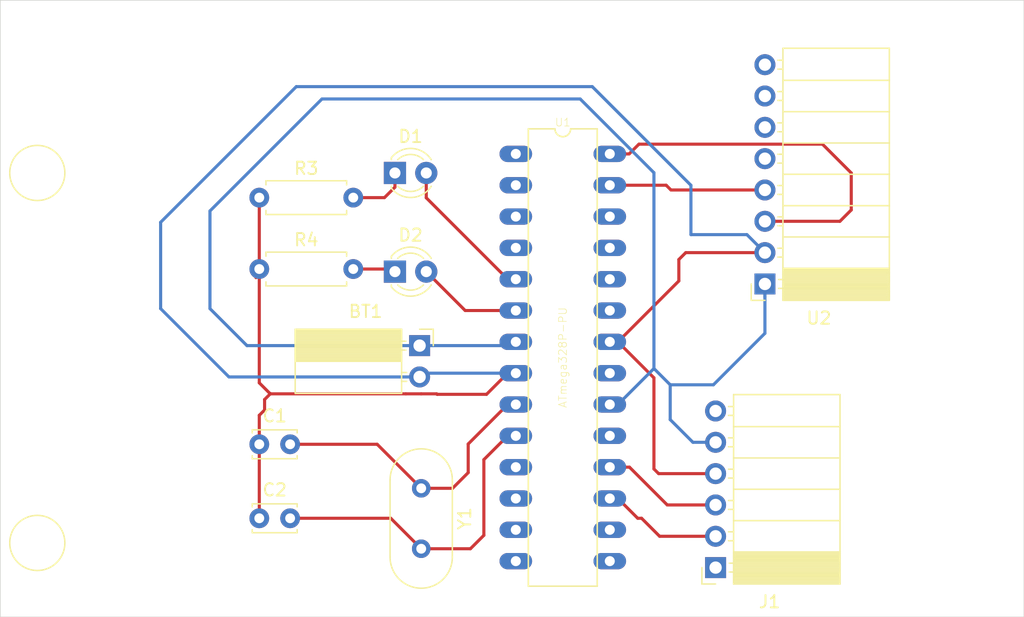
<source format=kicad_pcb>
(kicad_pcb (version 20171130) (host pcbnew "(5.1.2)-1")

  (general
    (thickness 1.6)
    (drawings 6)
    (tracks 103)
    (zones 0)
    (modules 11)
    (nets 35)
  )

  (page A4)
  (layers
    (0 F.Cu signal)
    (31 B.Cu signal)
    (32 B.Adhes user)
    (33 F.Adhes user)
    (34 B.Paste user)
    (35 F.Paste user)
    (36 B.SilkS user)
    (37 F.SilkS user)
    (38 B.Mask user)
    (39 F.Mask user)
    (40 Dwgs.User user)
    (41 Cmts.User user)
    (42 Eco1.User user)
    (43 Eco2.User user)
    (44 Edge.Cuts user)
    (45 Margin user)
    (46 B.CrtYd user)
    (47 F.CrtYd user)
    (48 B.Fab user)
    (49 F.Fab user)
  )

  (setup
    (last_trace_width 0.25)
    (user_trace_width 0.5)
    (trace_clearance 0.2)
    (zone_clearance 0.508)
    (zone_45_only no)
    (trace_min 0.2)
    (via_size 0.8)
    (via_drill 0.4)
    (via_min_size 0.4)
    (via_min_drill 0.3)
    (uvia_size 0.3)
    (uvia_drill 0.1)
    (uvias_allowed no)
    (uvia_min_size 0.2)
    (uvia_min_drill 0.1)
    (edge_width 0.05)
    (segment_width 0.2)
    (pcb_text_width 0.3)
    (pcb_text_size 1.5 1.5)
    (mod_edge_width 0.12)
    (mod_text_size 1 1)
    (mod_text_width 0.15)
    (pad_size 1.524 1.524)
    (pad_drill 0.762)
    (pad_to_mask_clearance 0.051)
    (solder_mask_min_width 0.25)
    (aux_axis_origin 0 0)
    (visible_elements 7FFFFFFF)
    (pcbplotparams
      (layerselection 0x010fc_ffffffff)
      (usegerberextensions false)
      (usegerberattributes false)
      (usegerberadvancedattributes false)
      (creategerberjobfile false)
      (excludeedgelayer true)
      (linewidth 0.100000)
      (plotframeref false)
      (viasonmask false)
      (mode 1)
      (useauxorigin false)
      (hpglpennumber 1)
      (hpglpenspeed 20)
      (hpglpendiameter 15.000000)
      (psnegative false)
      (psa4output false)
      (plotreference true)
      (plotvalue true)
      (plotinvisibletext false)
      (padsonsilk false)
      (subtractmaskfromsilk false)
      (outputformat 1)
      (mirror false)
      (drillshape 0)
      (scaleselection 1)
      (outputdirectory "Gerber_1/"))
  )

  (net 0 "")
  (net 1 "Net-(BT1-Pad1)")
  (net 2 "Net-(BT1-Pad2)")
  (net 3 "Net-(C1-Pad2)")
  (net 4 "Net-(C2-Pad2)")
  (net 5 "Net-(D1-Pad1)")
  (net 6 "Net-(D1-Pad2)")
  (net 7 "Net-(D2-Pad2)")
  (net 8 "Net-(D2-Pad1)")
  (net 9 "Net-(J1-Pad1)")
  (net 10 "Net-(J1-Pad2)")
  (net 11 "Net-(J1-Pad3)")
  (net 12 "Net-(J1-Pad6)")
  (net 13 "Net-(U1-Pad1)")
  (net 14 "Net-(U1-Pad2)")
  (net 15 "Net-(U1-Pad3)")
  (net 16 "Net-(U1-Pad4)")
  (net 17 "Net-(U1-Pad11)")
  (net 18 "Net-(U1-Pad12)")
  (net 19 "Net-(U1-Pad13)")
  (net 20 "Net-(U1-Pad14)")
  (net 21 "Net-(U1-Pad15)")
  (net 22 "Net-(U1-Pad16)")
  (net 23 "Net-(U1-Pad19)")
  (net 24 "Net-(U1-Pad21)")
  (net 25 "Net-(U1-Pad23)")
  (net 26 "Net-(U1-Pad24)")
  (net 27 "Net-(U1-Pad25)")
  (net 28 "Net-(U1-Pad26)")
  (net 29 "Net-(U2-Pad5)")
  (net 30 "Net-(U2-Pad6)")
  (net 31 "Net-(U2-Pad7)")
  (net 32 "Net-(U2-Pad8)")
  (net 33 "Net-(U1-Pad27)")
  (net 34 "Net-(U1-Pad28)")

  (net_class Default "Questo è il gruppo di collegamenti predefinito"
    (clearance 0.2)
    (trace_width 0.25)
    (via_dia 0.8)
    (via_drill 0.4)
    (uvia_dia 0.3)
    (uvia_drill 0.1)
    (add_net "Net-(BT1-Pad1)")
    (add_net "Net-(BT1-Pad2)")
    (add_net "Net-(C1-Pad2)")
    (add_net "Net-(C2-Pad2)")
    (add_net "Net-(D1-Pad1)")
    (add_net "Net-(D1-Pad2)")
    (add_net "Net-(D2-Pad1)")
    (add_net "Net-(D2-Pad2)")
    (add_net "Net-(J1-Pad1)")
    (add_net "Net-(J1-Pad2)")
    (add_net "Net-(J1-Pad3)")
    (add_net "Net-(J1-Pad6)")
    (add_net "Net-(U1-Pad1)")
    (add_net "Net-(U1-Pad11)")
    (add_net "Net-(U1-Pad12)")
    (add_net "Net-(U1-Pad13)")
    (add_net "Net-(U1-Pad14)")
    (add_net "Net-(U1-Pad15)")
    (add_net "Net-(U1-Pad16)")
    (add_net "Net-(U1-Pad19)")
    (add_net "Net-(U1-Pad2)")
    (add_net "Net-(U1-Pad21)")
    (add_net "Net-(U1-Pad23)")
    (add_net "Net-(U1-Pad24)")
    (add_net "Net-(U1-Pad25)")
    (add_net "Net-(U1-Pad26)")
    (add_net "Net-(U1-Pad27)")
    (add_net "Net-(U1-Pad28)")
    (add_net "Net-(U1-Pad3)")
    (add_net "Net-(U1-Pad4)")
    (add_net "Net-(U2-Pad5)")
    (add_net "Net-(U2-Pad6)")
    (add_net "Net-(U2-Pad7)")
    (add_net "Net-(U2-Pad8)")
  )

  (module Resistor_THT:R_Axial_DIN0207_L6.3mm_D2.5mm_P7.62mm_Horizontal (layer F.Cu) (tedit 5AE5139B) (tstamp 5CD13F31)
    (at 138 97.79)
    (descr "Resistor, Axial_DIN0207 series, Axial, Horizontal, pin pitch=7.62mm, 0.25W = 1/4W, length*diameter=6.3*2.5mm^2, http://cdn-reichelt.de/documents/datenblatt/B400/1_4W%23YAG.pdf")
    (tags "Resistor Axial_DIN0207 series Axial Horizontal pin pitch 7.62mm 0.25W = 1/4W length 6.3mm diameter 2.5mm")
    (path /5CD28923)
    (fp_text reference R4 (at 3.81 -2.37) (layer F.SilkS)
      (effects (font (size 1 1) (thickness 0.15)))
    )
    (fp_text value 220 (at 3.81 2.37) (layer F.Fab)
      (effects (font (size 1 1) (thickness 0.15)))
    )
    (fp_text user %R (at 3.81 0) (layer F.Fab)
      (effects (font (size 1 1) (thickness 0.15)))
    )
    (fp_line (start 8.67 -1.5) (end -1.05 -1.5) (layer F.CrtYd) (width 0.05))
    (fp_line (start 8.67 1.5) (end 8.67 -1.5) (layer F.CrtYd) (width 0.05))
    (fp_line (start -1.05 1.5) (end 8.67 1.5) (layer F.CrtYd) (width 0.05))
    (fp_line (start -1.05 -1.5) (end -1.05 1.5) (layer F.CrtYd) (width 0.05))
    (fp_line (start 7.08 1.37) (end 7.08 1.04) (layer F.SilkS) (width 0.12))
    (fp_line (start 0.54 1.37) (end 7.08 1.37) (layer F.SilkS) (width 0.12))
    (fp_line (start 0.54 1.04) (end 0.54 1.37) (layer F.SilkS) (width 0.12))
    (fp_line (start 7.08 -1.37) (end 7.08 -1.04) (layer F.SilkS) (width 0.12))
    (fp_line (start 0.54 -1.37) (end 7.08 -1.37) (layer F.SilkS) (width 0.12))
    (fp_line (start 0.54 -1.04) (end 0.54 -1.37) (layer F.SilkS) (width 0.12))
    (fp_line (start 7.62 0) (end 6.96 0) (layer F.Fab) (width 0.1))
    (fp_line (start 0 0) (end 0.66 0) (layer F.Fab) (width 0.1))
    (fp_line (start 6.96 -1.25) (end 0.66 -1.25) (layer F.Fab) (width 0.1))
    (fp_line (start 6.96 1.25) (end 6.96 -1.25) (layer F.Fab) (width 0.1))
    (fp_line (start 0.66 1.25) (end 6.96 1.25) (layer F.Fab) (width 0.1))
    (fp_line (start 0.66 -1.25) (end 0.66 1.25) (layer F.Fab) (width 0.1))
    (pad 2 thru_hole oval (at 7.62 0) (size 1.6 1.6) (drill 0.8) (layers *.Cu *.Mask)
      (net 8 "Net-(D2-Pad1)"))
    (pad 1 thru_hole circle (at 0 0) (size 1.6 1.6) (drill 0.8) (layers *.Cu *.Mask)
      (net 2 "Net-(BT1-Pad2)"))
    (model ${KISYS3DMOD}/Resistor_THT.3dshapes/R_Axial_DIN0207_L6.3mm_D2.5mm_P7.62mm_Horizontal.wrl
      (at (xyz 0 0 0))
      (scale (xyz 1 1 1))
      (rotate (xyz 0 0 0))
    )
  )

  (module Resistor_THT:R_Axial_DIN0207_L6.3mm_D2.5mm_P7.62mm_Horizontal (layer F.Cu) (tedit 5AE5139B) (tstamp 5CD13F1E)
    (at 138 92)
    (descr "Resistor, Axial_DIN0207 series, Axial, Horizontal, pin pitch=7.62mm, 0.25W = 1/4W, length*diameter=6.3*2.5mm^2, http://cdn-reichelt.de/documents/datenblatt/B400/1_4W%23YAG.pdf")
    (tags "Resistor Axial_DIN0207 series Axial Horizontal pin pitch 7.62mm 0.25W = 1/4W length 6.3mm diameter 2.5mm")
    (path /5CD276F3)
    (fp_text reference R3 (at 3.81 -2.37) (layer F.SilkS)
      (effects (font (size 1 1) (thickness 0.15)))
    )
    (fp_text value 220 (at 3.81 2.37) (layer F.Fab)
      (effects (font (size 1 1) (thickness 0.15)))
    )
    (fp_text user %R (at 3.81 0) (layer F.Fab)
      (effects (font (size 1 1) (thickness 0.15)))
    )
    (fp_line (start 8.67 -1.5) (end -1.05 -1.5) (layer F.CrtYd) (width 0.05))
    (fp_line (start 8.67 1.5) (end 8.67 -1.5) (layer F.CrtYd) (width 0.05))
    (fp_line (start -1.05 1.5) (end 8.67 1.5) (layer F.CrtYd) (width 0.05))
    (fp_line (start -1.05 -1.5) (end -1.05 1.5) (layer F.CrtYd) (width 0.05))
    (fp_line (start 7.08 1.37) (end 7.08 1.04) (layer F.SilkS) (width 0.12))
    (fp_line (start 0.54 1.37) (end 7.08 1.37) (layer F.SilkS) (width 0.12))
    (fp_line (start 0.54 1.04) (end 0.54 1.37) (layer F.SilkS) (width 0.12))
    (fp_line (start 7.08 -1.37) (end 7.08 -1.04) (layer F.SilkS) (width 0.12))
    (fp_line (start 0.54 -1.37) (end 7.08 -1.37) (layer F.SilkS) (width 0.12))
    (fp_line (start 0.54 -1.04) (end 0.54 -1.37) (layer F.SilkS) (width 0.12))
    (fp_line (start 7.62 0) (end 6.96 0) (layer F.Fab) (width 0.1))
    (fp_line (start 0 0) (end 0.66 0) (layer F.Fab) (width 0.1))
    (fp_line (start 6.96 -1.25) (end 0.66 -1.25) (layer F.Fab) (width 0.1))
    (fp_line (start 6.96 1.25) (end 6.96 -1.25) (layer F.Fab) (width 0.1))
    (fp_line (start 0.66 1.25) (end 6.96 1.25) (layer F.Fab) (width 0.1))
    (fp_line (start 0.66 -1.25) (end 0.66 1.25) (layer F.Fab) (width 0.1))
    (pad 2 thru_hole oval (at 7.62 0) (size 1.6 1.6) (drill 0.8) (layers *.Cu *.Mask)
      (net 5 "Net-(D1-Pad1)"))
    (pad 1 thru_hole circle (at 0 0) (size 1.6 1.6) (drill 0.8) (layers *.Cu *.Mask)
      (net 2 "Net-(BT1-Pad2)"))
    (model ${KISYS3DMOD}/Resistor_THT.3dshapes/R_Axial_DIN0207_L6.3mm_D2.5mm_P7.62mm_Horizontal.wrl
      (at (xyz 0 0 0))
      (scale (xyz 1 1 1))
      (rotate (xyz 0 0 0))
    )
  )

  (module Connector_PinSocket_2.54mm:PinSocket_1x08_P2.54mm_Horizontal (layer F.Cu) (tedit 5A19A421) (tstamp 5CD13F69)
    (at 179 99 180)
    (descr "Through hole angled socket strip, 1x08, 2.54mm pitch, 8.51mm socket length, single row (from Kicad 4.0.7), script generated")
    (tags "Through hole angled socket strip THT 1x08 2.54mm single row")
    (path /5CCD31A6)
    (fp_text reference U2 (at -4.38 -2.77) (layer F.SilkS)
      (effects (font (size 1 1) (thickness 0.15)))
    )
    (fp_text value GY-521 (at -4.38 20.55) (layer F.Fab)
      (effects (font (size 1 1) (thickness 0.15)))
    )
    (fp_text user %R (at -5.775 8.89 90) (layer F.Fab)
      (effects (font (size 1 1) (thickness 0.15)))
    )
    (fp_line (start 1.75 19.55) (end 1.75 -1.8) (layer F.CrtYd) (width 0.05))
    (fp_line (start -10.55 19.55) (end 1.75 19.55) (layer F.CrtYd) (width 0.05))
    (fp_line (start -10.55 -1.8) (end -10.55 19.55) (layer F.CrtYd) (width 0.05))
    (fp_line (start 1.75 -1.8) (end -10.55 -1.8) (layer F.CrtYd) (width 0.05))
    (fp_line (start 0 -1.33) (end 1.11 -1.33) (layer F.SilkS) (width 0.12))
    (fp_line (start 1.11 -1.33) (end 1.11 0) (layer F.SilkS) (width 0.12))
    (fp_line (start -10.09 -1.33) (end -10.09 19.11) (layer F.SilkS) (width 0.12))
    (fp_line (start -10.09 19.11) (end -1.46 19.11) (layer F.SilkS) (width 0.12))
    (fp_line (start -1.46 -1.33) (end -1.46 19.11) (layer F.SilkS) (width 0.12))
    (fp_line (start -10.09 -1.33) (end -1.46 -1.33) (layer F.SilkS) (width 0.12))
    (fp_line (start -10.09 16.51) (end -1.46 16.51) (layer F.SilkS) (width 0.12))
    (fp_line (start -10.09 13.97) (end -1.46 13.97) (layer F.SilkS) (width 0.12))
    (fp_line (start -10.09 11.43) (end -1.46 11.43) (layer F.SilkS) (width 0.12))
    (fp_line (start -10.09 8.89) (end -1.46 8.89) (layer F.SilkS) (width 0.12))
    (fp_line (start -10.09 6.35) (end -1.46 6.35) (layer F.SilkS) (width 0.12))
    (fp_line (start -10.09 3.81) (end -1.46 3.81) (layer F.SilkS) (width 0.12))
    (fp_line (start -10.09 1.27) (end -1.46 1.27) (layer F.SilkS) (width 0.12))
    (fp_line (start -1.46 18.14) (end -1.05 18.14) (layer F.SilkS) (width 0.12))
    (fp_line (start -1.46 17.42) (end -1.05 17.42) (layer F.SilkS) (width 0.12))
    (fp_line (start -1.46 15.6) (end -1.05 15.6) (layer F.SilkS) (width 0.12))
    (fp_line (start -1.46 14.88) (end -1.05 14.88) (layer F.SilkS) (width 0.12))
    (fp_line (start -1.46 13.06) (end -1.05 13.06) (layer F.SilkS) (width 0.12))
    (fp_line (start -1.46 12.34) (end -1.05 12.34) (layer F.SilkS) (width 0.12))
    (fp_line (start -1.46 10.52) (end -1.05 10.52) (layer F.SilkS) (width 0.12))
    (fp_line (start -1.46 9.8) (end -1.05 9.8) (layer F.SilkS) (width 0.12))
    (fp_line (start -1.46 7.98) (end -1.05 7.98) (layer F.SilkS) (width 0.12))
    (fp_line (start -1.46 7.26) (end -1.05 7.26) (layer F.SilkS) (width 0.12))
    (fp_line (start -1.46 5.44) (end -1.05 5.44) (layer F.SilkS) (width 0.12))
    (fp_line (start -1.46 4.72) (end -1.05 4.72) (layer F.SilkS) (width 0.12))
    (fp_line (start -1.46 2.9) (end -1.05 2.9) (layer F.SilkS) (width 0.12))
    (fp_line (start -1.46 2.18) (end -1.05 2.18) (layer F.SilkS) (width 0.12))
    (fp_line (start -1.46 0.36) (end -1.11 0.36) (layer F.SilkS) (width 0.12))
    (fp_line (start -1.46 -0.36) (end -1.11 -0.36) (layer F.SilkS) (width 0.12))
    (fp_line (start -10.09 1.1519) (end -1.46 1.1519) (layer F.SilkS) (width 0.12))
    (fp_line (start -10.09 1.033805) (end -1.46 1.033805) (layer F.SilkS) (width 0.12))
    (fp_line (start -10.09 0.91571) (end -1.46 0.91571) (layer F.SilkS) (width 0.12))
    (fp_line (start -10.09 0.797615) (end -1.46 0.797615) (layer F.SilkS) (width 0.12))
    (fp_line (start -10.09 0.67952) (end -1.46 0.67952) (layer F.SilkS) (width 0.12))
    (fp_line (start -10.09 0.561425) (end -1.46 0.561425) (layer F.SilkS) (width 0.12))
    (fp_line (start -10.09 0.44333) (end -1.46 0.44333) (layer F.SilkS) (width 0.12))
    (fp_line (start -10.09 0.325235) (end -1.46 0.325235) (layer F.SilkS) (width 0.12))
    (fp_line (start -10.09 0.20714) (end -1.46 0.20714) (layer F.SilkS) (width 0.12))
    (fp_line (start -10.09 0.089045) (end -1.46 0.089045) (layer F.SilkS) (width 0.12))
    (fp_line (start -10.09 -0.02905) (end -1.46 -0.02905) (layer F.SilkS) (width 0.12))
    (fp_line (start -10.09 -0.147145) (end -1.46 -0.147145) (layer F.SilkS) (width 0.12))
    (fp_line (start -10.09 -0.26524) (end -1.46 -0.26524) (layer F.SilkS) (width 0.12))
    (fp_line (start -10.09 -0.383335) (end -1.46 -0.383335) (layer F.SilkS) (width 0.12))
    (fp_line (start -10.09 -0.50143) (end -1.46 -0.50143) (layer F.SilkS) (width 0.12))
    (fp_line (start -10.09 -0.619525) (end -1.46 -0.619525) (layer F.SilkS) (width 0.12))
    (fp_line (start -10.09 -0.73762) (end -1.46 -0.73762) (layer F.SilkS) (width 0.12))
    (fp_line (start -10.09 -0.855715) (end -1.46 -0.855715) (layer F.SilkS) (width 0.12))
    (fp_line (start -10.09 -0.97381) (end -1.46 -0.97381) (layer F.SilkS) (width 0.12))
    (fp_line (start -10.09 -1.091905) (end -1.46 -1.091905) (layer F.SilkS) (width 0.12))
    (fp_line (start -10.09 -1.21) (end -1.46 -1.21) (layer F.SilkS) (width 0.12))
    (fp_line (start 0 18.08) (end 0 17.48) (layer F.Fab) (width 0.1))
    (fp_line (start -1.52 18.08) (end 0 18.08) (layer F.Fab) (width 0.1))
    (fp_line (start 0 17.48) (end -1.52 17.48) (layer F.Fab) (width 0.1))
    (fp_line (start 0 15.54) (end 0 14.94) (layer F.Fab) (width 0.1))
    (fp_line (start -1.52 15.54) (end 0 15.54) (layer F.Fab) (width 0.1))
    (fp_line (start 0 14.94) (end -1.52 14.94) (layer F.Fab) (width 0.1))
    (fp_line (start 0 13) (end 0 12.4) (layer F.Fab) (width 0.1))
    (fp_line (start -1.52 13) (end 0 13) (layer F.Fab) (width 0.1))
    (fp_line (start 0 12.4) (end -1.52 12.4) (layer F.Fab) (width 0.1))
    (fp_line (start 0 10.46) (end 0 9.86) (layer F.Fab) (width 0.1))
    (fp_line (start -1.52 10.46) (end 0 10.46) (layer F.Fab) (width 0.1))
    (fp_line (start 0 9.86) (end -1.52 9.86) (layer F.Fab) (width 0.1))
    (fp_line (start 0 7.92) (end 0 7.32) (layer F.Fab) (width 0.1))
    (fp_line (start -1.52 7.92) (end 0 7.92) (layer F.Fab) (width 0.1))
    (fp_line (start 0 7.32) (end -1.52 7.32) (layer F.Fab) (width 0.1))
    (fp_line (start 0 5.38) (end 0 4.78) (layer F.Fab) (width 0.1))
    (fp_line (start -1.52 5.38) (end 0 5.38) (layer F.Fab) (width 0.1))
    (fp_line (start 0 4.78) (end -1.52 4.78) (layer F.Fab) (width 0.1))
    (fp_line (start 0 2.84) (end 0 2.24) (layer F.Fab) (width 0.1))
    (fp_line (start -1.52 2.84) (end 0 2.84) (layer F.Fab) (width 0.1))
    (fp_line (start 0 2.24) (end -1.52 2.24) (layer F.Fab) (width 0.1))
    (fp_line (start 0 0.3) (end 0 -0.3) (layer F.Fab) (width 0.1))
    (fp_line (start -1.52 0.3) (end 0 0.3) (layer F.Fab) (width 0.1))
    (fp_line (start 0 -0.3) (end -1.52 -0.3) (layer F.Fab) (width 0.1))
    (fp_line (start -10.03 19.05) (end -10.03 -1.27) (layer F.Fab) (width 0.1))
    (fp_line (start -1.52 19.05) (end -10.03 19.05) (layer F.Fab) (width 0.1))
    (fp_line (start -1.52 -0.3) (end -1.52 19.05) (layer F.Fab) (width 0.1))
    (fp_line (start -2.49 -1.27) (end -1.52 -0.3) (layer F.Fab) (width 0.1))
    (fp_line (start -10.03 -1.27) (end -2.49 -1.27) (layer F.Fab) (width 0.1))
    (pad 8 thru_hole oval (at 0 17.78 180) (size 1.7 1.7) (drill 1) (layers *.Cu *.Mask)
      (net 32 "Net-(U2-Pad8)"))
    (pad 7 thru_hole oval (at 0 15.24 180) (size 1.7 1.7) (drill 1) (layers *.Cu *.Mask)
      (net 31 "Net-(U2-Pad7)"))
    (pad 6 thru_hole oval (at 0 12.7 180) (size 1.7 1.7) (drill 1) (layers *.Cu *.Mask)
      (net 30 "Net-(U2-Pad6)"))
    (pad 5 thru_hole oval (at 0 10.16 180) (size 1.7 1.7) (drill 1) (layers *.Cu *.Mask)
      (net 29 "Net-(U2-Pad5)"))
    (pad 4 thru_hole oval (at 0 7.62 180) (size 1.7 1.7) (drill 1) (layers *.Cu *.Mask)
      (net 33 "Net-(U1-Pad27)"))
    (pad 3 thru_hole oval (at 0 5.08 180) (size 1.7 1.7) (drill 1) (layers *.Cu *.Mask)
      (net 34 "Net-(U1-Pad28)"))
    (pad 2 thru_hole oval (at 0 2.54 180) (size 1.7 1.7) (drill 1) (layers *.Cu *.Mask)
      (net 2 "Net-(BT1-Pad2)"))
    (pad 1 thru_hole rect (at 0 0 180) (size 1.7 1.7) (drill 1) (layers *.Cu *.Mask)
      (net 1 "Net-(BT1-Pad1)"))
    (model ${KISYS3DMOD}/Connector_PinSocket_2.54mm.3dshapes/PinSocket_1x08_P2.54mm_Horizontal.wrl
      (at (xyz 0 0 0))
      (scale (xyz 1 1 1))
      (rotate (xyz 0 0 0))
    )
  )

  (module Connector_PinSocket_2.54mm:PinSocket_1x02_P2.54mm_Horizontal (layer F.Cu) (tedit 5A19A41B) (tstamp 5CD18660)
    (at 151 104)
    (descr "Through hole angled socket strip, 1x02, 2.54mm pitch, 8.51mm socket length, single row (from Kicad 4.0.7), script generated")
    (tags "Through hole angled socket strip THT 1x02 2.54mm single row")
    (path /5CD00A39)
    (fp_text reference BT1 (at -4.38 -2.77) (layer F.SilkS)
      (effects (font (size 1 1) (thickness 0.15)))
    )
    (fp_text value 3.3V (at -4.38 5.31) (layer F.Fab)
      (effects (font (size 1 1) (thickness 0.15)))
    )
    (fp_text user %R (at -5.775 1.27) (layer F.Fab)
      (effects (font (size 1 1) (thickness 0.15)))
    )
    (fp_line (start 1.75 4.35) (end 1.75 -1.75) (layer F.CrtYd) (width 0.05))
    (fp_line (start -10.55 4.35) (end 1.75 4.35) (layer F.CrtYd) (width 0.05))
    (fp_line (start -10.55 -1.75) (end -10.55 4.35) (layer F.CrtYd) (width 0.05))
    (fp_line (start 1.75 -1.75) (end -10.55 -1.75) (layer F.CrtYd) (width 0.05))
    (fp_line (start 0 -1.33) (end 1.11 -1.33) (layer F.SilkS) (width 0.12))
    (fp_line (start 1.11 -1.33) (end 1.11 0) (layer F.SilkS) (width 0.12))
    (fp_line (start -10.09 -1.33) (end -10.09 3.87) (layer F.SilkS) (width 0.12))
    (fp_line (start -10.09 3.87) (end -1.46 3.87) (layer F.SilkS) (width 0.12))
    (fp_line (start -1.46 -1.33) (end -1.46 3.87) (layer F.SilkS) (width 0.12))
    (fp_line (start -10.09 -1.33) (end -1.46 -1.33) (layer F.SilkS) (width 0.12))
    (fp_line (start -10.09 1.27) (end -1.46 1.27) (layer F.SilkS) (width 0.12))
    (fp_line (start -1.46 2.9) (end -1.05 2.9) (layer F.SilkS) (width 0.12))
    (fp_line (start -1.46 2.18) (end -1.05 2.18) (layer F.SilkS) (width 0.12))
    (fp_line (start -1.46 0.36) (end -1.11 0.36) (layer F.SilkS) (width 0.12))
    (fp_line (start -1.46 -0.36) (end -1.11 -0.36) (layer F.SilkS) (width 0.12))
    (fp_line (start -10.09 1.1519) (end -1.46 1.1519) (layer F.SilkS) (width 0.12))
    (fp_line (start -10.09 1.033805) (end -1.46 1.033805) (layer F.SilkS) (width 0.12))
    (fp_line (start -10.09 0.91571) (end -1.46 0.91571) (layer F.SilkS) (width 0.12))
    (fp_line (start -10.09 0.797615) (end -1.46 0.797615) (layer F.SilkS) (width 0.12))
    (fp_line (start -10.09 0.67952) (end -1.46 0.67952) (layer F.SilkS) (width 0.12))
    (fp_line (start -10.09 0.561425) (end -1.46 0.561425) (layer F.SilkS) (width 0.12))
    (fp_line (start -10.09 0.44333) (end -1.46 0.44333) (layer F.SilkS) (width 0.12))
    (fp_line (start -10.09 0.325235) (end -1.46 0.325235) (layer F.SilkS) (width 0.12))
    (fp_line (start -10.09 0.20714) (end -1.46 0.20714) (layer F.SilkS) (width 0.12))
    (fp_line (start -10.09 0.089045) (end -1.46 0.089045) (layer F.SilkS) (width 0.12))
    (fp_line (start -10.09 -0.02905) (end -1.46 -0.02905) (layer F.SilkS) (width 0.12))
    (fp_line (start -10.09 -0.147145) (end -1.46 -0.147145) (layer F.SilkS) (width 0.12))
    (fp_line (start -10.09 -0.26524) (end -1.46 -0.26524) (layer F.SilkS) (width 0.12))
    (fp_line (start -10.09 -0.383335) (end -1.46 -0.383335) (layer F.SilkS) (width 0.12))
    (fp_line (start -10.09 -0.50143) (end -1.46 -0.50143) (layer F.SilkS) (width 0.12))
    (fp_line (start -10.09 -0.619525) (end -1.46 -0.619525) (layer F.SilkS) (width 0.12))
    (fp_line (start -10.09 -0.73762) (end -1.46 -0.73762) (layer F.SilkS) (width 0.12))
    (fp_line (start -10.09 -0.855715) (end -1.46 -0.855715) (layer F.SilkS) (width 0.12))
    (fp_line (start -10.09 -0.97381) (end -1.46 -0.97381) (layer F.SilkS) (width 0.12))
    (fp_line (start -10.09 -1.091905) (end -1.46 -1.091905) (layer F.SilkS) (width 0.12))
    (fp_line (start -10.09 -1.21) (end -1.46 -1.21) (layer F.SilkS) (width 0.12))
    (fp_line (start 0 2.84) (end 0 2.24) (layer F.Fab) (width 0.1))
    (fp_line (start -1.52 2.84) (end 0 2.84) (layer F.Fab) (width 0.1))
    (fp_line (start 0 2.24) (end -1.52 2.24) (layer F.Fab) (width 0.1))
    (fp_line (start 0 0.3) (end 0 -0.3) (layer F.Fab) (width 0.1))
    (fp_line (start -1.52 0.3) (end 0 0.3) (layer F.Fab) (width 0.1))
    (fp_line (start 0 -0.3) (end -1.52 -0.3) (layer F.Fab) (width 0.1))
    (fp_line (start -10.03 3.81) (end -10.03 -1.27) (layer F.Fab) (width 0.1))
    (fp_line (start -1.52 3.81) (end -10.03 3.81) (layer F.Fab) (width 0.1))
    (fp_line (start -1.52 -0.3) (end -1.52 3.81) (layer F.Fab) (width 0.1))
    (fp_line (start -2.49 -1.27) (end -1.52 -0.3) (layer F.Fab) (width 0.1))
    (fp_line (start -10.03 -1.27) (end -2.49 -1.27) (layer F.Fab) (width 0.1))
    (pad 2 thru_hole oval (at 0 2.54) (size 1.7 1.7) (drill 1) (layers *.Cu *.Mask)
      (net 2 "Net-(BT1-Pad2)"))
    (pad 1 thru_hole rect (at 0 0) (size 1.7 1.7) (drill 1) (layers *.Cu *.Mask)
      (net 1 "Net-(BT1-Pad1)"))
    (model ${KISYS3DMOD}/Connector_PinSocket_2.54mm.3dshapes/PinSocket_1x02_P2.54mm_Horizontal.wrl
      (at (xyz 0 0 0))
      (scale (xyz 1 1 1))
      (rotate (xyz 0 0 0))
    )
  )

  (module LED_THT:LED_D3.0mm (layer F.Cu) (tedit 587A3A7B) (tstamp 5CD13EC1)
    (at 149 98)
    (descr "LED, diameter 3.0mm, 2 pins")
    (tags "LED diameter 3.0mm 2 pins")
    (path /5CD23FBF)
    (fp_text reference D2 (at 1.27 -2.96) (layer F.SilkS)
      (effects (font (size 1 1) (thickness 0.15)))
    )
    (fp_text value BLUE (at 1.27 2.96) (layer F.Fab)
      (effects (font (size 1 1) (thickness 0.15)))
    )
    (fp_line (start 3.7 -2.25) (end -1.15 -2.25) (layer F.CrtYd) (width 0.05))
    (fp_line (start 3.7 2.25) (end 3.7 -2.25) (layer F.CrtYd) (width 0.05))
    (fp_line (start -1.15 2.25) (end 3.7 2.25) (layer F.CrtYd) (width 0.05))
    (fp_line (start -1.15 -2.25) (end -1.15 2.25) (layer F.CrtYd) (width 0.05))
    (fp_line (start -0.29 1.08) (end -0.29 1.236) (layer F.SilkS) (width 0.12))
    (fp_line (start -0.29 -1.236) (end -0.29 -1.08) (layer F.SilkS) (width 0.12))
    (fp_line (start -0.23 -1.16619) (end -0.23 1.16619) (layer F.Fab) (width 0.1))
    (fp_circle (center 1.27 0) (end 2.77 0) (layer F.Fab) (width 0.1))
    (fp_arc (start 1.27 0) (end 0.229039 1.08) (angle -87.9) (layer F.SilkS) (width 0.12))
    (fp_arc (start 1.27 0) (end 0.229039 -1.08) (angle 87.9) (layer F.SilkS) (width 0.12))
    (fp_arc (start 1.27 0) (end -0.29 1.235516) (angle -108.8) (layer F.SilkS) (width 0.12))
    (fp_arc (start 1.27 0) (end -0.29 -1.235516) (angle 108.8) (layer F.SilkS) (width 0.12))
    (fp_arc (start 1.27 0) (end -0.23 -1.16619) (angle 284.3) (layer F.Fab) (width 0.1))
    (pad 2 thru_hole circle (at 2.54 0) (size 1.8 1.8) (drill 0.9) (layers *.Cu *.Mask)
      (net 7 "Net-(D2-Pad2)"))
    (pad 1 thru_hole rect (at 0 0) (size 1.8 1.8) (drill 0.9) (layers *.Cu *.Mask)
      (net 8 "Net-(D2-Pad1)"))
    (model ${KISYS3DMOD}/LED_THT.3dshapes/LED_D3.0mm.wrl
      (at (xyz 0 0 0))
      (scale (xyz 1 1 1))
      (rotate (xyz 0 0 0))
    )
  )

  (module LED_THT:LED_D3.0mm (layer F.Cu) (tedit 587A3A7B) (tstamp 5CD13EAE)
    (at 149 90)
    (descr "LED, diameter 3.0mm, 2 pins")
    (tags "LED diameter 3.0mm 2 pins")
    (path /5CD22164)
    (fp_text reference D1 (at 1.27 -2.96) (layer F.SilkS)
      (effects (font (size 1 1) (thickness 0.15)))
    )
    (fp_text value RED (at 1.27 2.96) (layer F.Fab)
      (effects (font (size 1 1) (thickness 0.15)))
    )
    (fp_line (start 3.7 -2.25) (end -1.15 -2.25) (layer F.CrtYd) (width 0.05))
    (fp_line (start 3.7 2.25) (end 3.7 -2.25) (layer F.CrtYd) (width 0.05))
    (fp_line (start -1.15 2.25) (end 3.7 2.25) (layer F.CrtYd) (width 0.05))
    (fp_line (start -1.15 -2.25) (end -1.15 2.25) (layer F.CrtYd) (width 0.05))
    (fp_line (start -0.29 1.08) (end -0.29 1.236) (layer F.SilkS) (width 0.12))
    (fp_line (start -0.29 -1.236) (end -0.29 -1.08) (layer F.SilkS) (width 0.12))
    (fp_line (start -0.23 -1.16619) (end -0.23 1.16619) (layer F.Fab) (width 0.1))
    (fp_circle (center 1.27 0) (end 2.77 0) (layer F.Fab) (width 0.1))
    (fp_arc (start 1.27 0) (end 0.229039 1.08) (angle -87.9) (layer F.SilkS) (width 0.12))
    (fp_arc (start 1.27 0) (end 0.229039 -1.08) (angle 87.9) (layer F.SilkS) (width 0.12))
    (fp_arc (start 1.27 0) (end -0.29 1.235516) (angle -108.8) (layer F.SilkS) (width 0.12))
    (fp_arc (start 1.27 0) (end -0.29 -1.235516) (angle 108.8) (layer F.SilkS) (width 0.12))
    (fp_arc (start 1.27 0) (end -0.23 -1.16619) (angle 284.3) (layer F.Fab) (width 0.1))
    (pad 2 thru_hole circle (at 2.54 0) (size 1.8 1.8) (drill 0.9) (layers *.Cu *.Mask)
      (net 6 "Net-(D1-Pad2)"))
    (pad 1 thru_hole rect (at 0 0) (size 1.8 1.8) (drill 0.9) (layers *.Cu *.Mask)
      (net 5 "Net-(D1-Pad1)"))
    (model ${KISYS3DMOD}/LED_THT.3dshapes/LED_D3.0mm.wrl
      (at (xyz 0 0 0))
      (scale (xyz 1 1 1))
      (rotate (xyz 0 0 0))
    )
  )

  (module Capacitor_THT:C_Disc_D3.4mm_W2.1mm_P2.50mm (layer F.Cu) (tedit 5AE50EF0) (tstamp 5CD13E9B)
    (at 138 118)
    (descr "C, Disc series, Radial, pin pitch=2.50mm, , diameter*width=3.4*2.1mm^2, Capacitor, http://www.vishay.com/docs/45233/krseries.pdf")
    (tags "C Disc series Radial pin pitch 2.50mm  diameter 3.4mm width 2.1mm Capacitor")
    (path /5CCCBDAB)
    (fp_text reference C2 (at 1.25 -2.3) (layer F.SilkS)
      (effects (font (size 1 1) (thickness 0.15)))
    )
    (fp_text value 22nF (at 1.25 2.3) (layer F.Fab)
      (effects (font (size 1 1) (thickness 0.15)))
    )
    (fp_text user %R (at 1.25 0) (layer F.Fab)
      (effects (font (size 0.68 0.68) (thickness 0.102)))
    )
    (fp_line (start 3.55 -1.3) (end -1.05 -1.3) (layer F.CrtYd) (width 0.05))
    (fp_line (start 3.55 1.3) (end 3.55 -1.3) (layer F.CrtYd) (width 0.05))
    (fp_line (start -1.05 1.3) (end 3.55 1.3) (layer F.CrtYd) (width 0.05))
    (fp_line (start -1.05 -1.3) (end -1.05 1.3) (layer F.CrtYd) (width 0.05))
    (fp_line (start 3.07 0.925) (end 3.07 1.17) (layer F.SilkS) (width 0.12))
    (fp_line (start 3.07 -1.17) (end 3.07 -0.925) (layer F.SilkS) (width 0.12))
    (fp_line (start -0.57 0.925) (end -0.57 1.17) (layer F.SilkS) (width 0.12))
    (fp_line (start -0.57 -1.17) (end -0.57 -0.925) (layer F.SilkS) (width 0.12))
    (fp_line (start -0.57 1.17) (end 3.07 1.17) (layer F.SilkS) (width 0.12))
    (fp_line (start -0.57 -1.17) (end 3.07 -1.17) (layer F.SilkS) (width 0.12))
    (fp_line (start 2.95 -1.05) (end -0.45 -1.05) (layer F.Fab) (width 0.1))
    (fp_line (start 2.95 1.05) (end 2.95 -1.05) (layer F.Fab) (width 0.1))
    (fp_line (start -0.45 1.05) (end 2.95 1.05) (layer F.Fab) (width 0.1))
    (fp_line (start -0.45 -1.05) (end -0.45 1.05) (layer F.Fab) (width 0.1))
    (pad 2 thru_hole circle (at 2.5 0) (size 1.6 1.6) (drill 0.8) (layers *.Cu *.Mask)
      (net 4 "Net-(C2-Pad2)"))
    (pad 1 thru_hole circle (at 0 0) (size 1.6 1.6) (drill 0.8) (layers *.Cu *.Mask)
      (net 2 "Net-(BT1-Pad2)"))
    (model ${KISYS3DMOD}/Capacitor_THT.3dshapes/C_Disc_D3.4mm_W2.1mm_P2.50mm.wrl
      (at (xyz 0 0 0))
      (scale (xyz 1 1 1))
      (rotate (xyz 0 0 0))
    )
  )

  (module Capacitor_THT:C_Disc_D3.4mm_W2.1mm_P2.50mm (layer F.Cu) (tedit 5AE50EF0) (tstamp 5CD13E2F)
    (at 138 112)
    (descr "C, Disc series, Radial, pin pitch=2.50mm, , diameter*width=3.4*2.1mm^2, Capacitor, http://www.vishay.com/docs/45233/krseries.pdf")
    (tags "C Disc series Radial pin pitch 2.50mm  diameter 3.4mm width 2.1mm Capacitor")
    (path /5CCCB6DB)
    (fp_text reference C1 (at 1.25 -2.3) (layer F.SilkS)
      (effects (font (size 1 1) (thickness 0.15)))
    )
    (fp_text value 22nF (at 1.25 2.3) (layer F.Fab)
      (effects (font (size 1 1) (thickness 0.15)))
    )
    (fp_text user %R (at 1.25 0 180) (layer F.Fab)
      (effects (font (size 0.68 0.68) (thickness 0.102)))
    )
    (fp_line (start 3.55 -1.3) (end -1.05 -1.3) (layer F.CrtYd) (width 0.05))
    (fp_line (start 3.55 1.3) (end 3.55 -1.3) (layer F.CrtYd) (width 0.05))
    (fp_line (start -1.05 1.3) (end 3.55 1.3) (layer F.CrtYd) (width 0.05))
    (fp_line (start -1.05 -1.3) (end -1.05 1.3) (layer F.CrtYd) (width 0.05))
    (fp_line (start 3.07 0.925) (end 3.07 1.17) (layer F.SilkS) (width 0.12))
    (fp_line (start 3.07 -1.17) (end 3.07 -0.925) (layer F.SilkS) (width 0.12))
    (fp_line (start -0.57 0.925) (end -0.57 1.17) (layer F.SilkS) (width 0.12))
    (fp_line (start -0.57 -1.17) (end -0.57 -0.925) (layer F.SilkS) (width 0.12))
    (fp_line (start -0.57 1.17) (end 3.07 1.17) (layer F.SilkS) (width 0.12))
    (fp_line (start -0.57 -1.17) (end 3.07 -1.17) (layer F.SilkS) (width 0.12))
    (fp_line (start 2.95 -1.05) (end -0.45 -1.05) (layer F.Fab) (width 0.1))
    (fp_line (start 2.95 1.05) (end 2.95 -1.05) (layer F.Fab) (width 0.1))
    (fp_line (start -0.45 1.05) (end 2.95 1.05) (layer F.Fab) (width 0.1))
    (fp_line (start -0.45 -1.05) (end -0.45 1.05) (layer F.Fab) (width 0.1))
    (pad 2 thru_hole circle (at 2.5 0) (size 1.6 1.6) (drill 0.8) (layers *.Cu *.Mask)
      (net 3 "Net-(C1-Pad2)"))
    (pad 1 thru_hole circle (at 0 0) (size 1.6 1.6) (drill 0.8) (layers *.Cu *.Mask)
      (net 2 "Net-(BT1-Pad2)"))
    (model ${KISYS3DMOD}/Capacitor_THT.3dshapes/C_Disc_D3.4mm_W2.1mm_P2.50mm.wrl
      (at (xyz 0 0 0))
      (scale (xyz 1 1 1))
      (rotate (xyz 0 0 0))
    )
  )

  (module Connector_PinSocket_2.54mm:PinSocket_1x06_P2.54mm_Horizontal (layer F.Cu) (tedit 5A19A42D) (tstamp 5CD13EE5)
    (at 175 122 180)
    (descr "Through hole angled socket strip, 1x06, 2.54mm pitch, 8.51mm socket length, single row (from Kicad 4.0.7), script generated")
    (tags "Through hole angled socket strip THT 1x06 2.54mm single row")
    (path /5CD3327E)
    (fp_text reference J1 (at -4.38 -2.77) (layer F.SilkS)
      (effects (font (size 1 1) (thickness 0.15)))
    )
    (fp_text value Conn_01x06 (at -4.38 15.47) (layer F.Fab)
      (effects (font (size 1 1) (thickness 0.15)))
    )
    (fp_line (start -10.03 -1.27) (end -2.49 -1.27) (layer F.Fab) (width 0.1))
    (fp_line (start -2.49 -1.27) (end -1.52 -0.3) (layer F.Fab) (width 0.1))
    (fp_line (start -1.52 -0.3) (end -1.52 13.97) (layer F.Fab) (width 0.1))
    (fp_line (start -1.52 13.97) (end -10.03 13.97) (layer F.Fab) (width 0.1))
    (fp_line (start -10.03 13.97) (end -10.03 -1.27) (layer F.Fab) (width 0.1))
    (fp_line (start 0 -0.3) (end -1.52 -0.3) (layer F.Fab) (width 0.1))
    (fp_line (start -1.52 0.3) (end 0 0.3) (layer F.Fab) (width 0.1))
    (fp_line (start 0 0.3) (end 0 -0.3) (layer F.Fab) (width 0.1))
    (fp_line (start 0 2.24) (end -1.52 2.24) (layer F.Fab) (width 0.1))
    (fp_line (start -1.52 2.84) (end 0 2.84) (layer F.Fab) (width 0.1))
    (fp_line (start 0 2.84) (end 0 2.24) (layer F.Fab) (width 0.1))
    (fp_line (start 0 4.78) (end -1.52 4.78) (layer F.Fab) (width 0.1))
    (fp_line (start -1.52 5.38) (end 0 5.38) (layer F.Fab) (width 0.1))
    (fp_line (start 0 5.38) (end 0 4.78) (layer F.Fab) (width 0.1))
    (fp_line (start 0 7.32) (end -1.52 7.32) (layer F.Fab) (width 0.1))
    (fp_line (start -1.52 7.92) (end 0 7.92) (layer F.Fab) (width 0.1))
    (fp_line (start 0 7.92) (end 0 7.32) (layer F.Fab) (width 0.1))
    (fp_line (start 0 9.86) (end -1.52 9.86) (layer F.Fab) (width 0.1))
    (fp_line (start -1.52 10.46) (end 0 10.46) (layer F.Fab) (width 0.1))
    (fp_line (start 0 10.46) (end 0 9.86) (layer F.Fab) (width 0.1))
    (fp_line (start 0 12.4) (end -1.52 12.4) (layer F.Fab) (width 0.1))
    (fp_line (start -1.52 13) (end 0 13) (layer F.Fab) (width 0.1))
    (fp_line (start 0 13) (end 0 12.4) (layer F.Fab) (width 0.1))
    (fp_line (start -10.09 -1.21) (end -1.46 -1.21) (layer F.SilkS) (width 0.12))
    (fp_line (start -10.09 -1.091905) (end -1.46 -1.091905) (layer F.SilkS) (width 0.12))
    (fp_line (start -10.09 -0.97381) (end -1.46 -0.97381) (layer F.SilkS) (width 0.12))
    (fp_line (start -10.09 -0.855715) (end -1.46 -0.855715) (layer F.SilkS) (width 0.12))
    (fp_line (start -10.09 -0.73762) (end -1.46 -0.73762) (layer F.SilkS) (width 0.12))
    (fp_line (start -10.09 -0.619525) (end -1.46 -0.619525) (layer F.SilkS) (width 0.12))
    (fp_line (start -10.09 -0.50143) (end -1.46 -0.50143) (layer F.SilkS) (width 0.12))
    (fp_line (start -10.09 -0.383335) (end -1.46 -0.383335) (layer F.SilkS) (width 0.12))
    (fp_line (start -10.09 -0.26524) (end -1.46 -0.26524) (layer F.SilkS) (width 0.12))
    (fp_line (start -10.09 -0.147145) (end -1.46 -0.147145) (layer F.SilkS) (width 0.12))
    (fp_line (start -10.09 -0.02905) (end -1.46 -0.02905) (layer F.SilkS) (width 0.12))
    (fp_line (start -10.09 0.089045) (end -1.46 0.089045) (layer F.SilkS) (width 0.12))
    (fp_line (start -10.09 0.20714) (end -1.46 0.20714) (layer F.SilkS) (width 0.12))
    (fp_line (start -10.09 0.325235) (end -1.46 0.325235) (layer F.SilkS) (width 0.12))
    (fp_line (start -10.09 0.44333) (end -1.46 0.44333) (layer F.SilkS) (width 0.12))
    (fp_line (start -10.09 0.561425) (end -1.46 0.561425) (layer F.SilkS) (width 0.12))
    (fp_line (start -10.09 0.67952) (end -1.46 0.67952) (layer F.SilkS) (width 0.12))
    (fp_line (start -10.09 0.797615) (end -1.46 0.797615) (layer F.SilkS) (width 0.12))
    (fp_line (start -10.09 0.91571) (end -1.46 0.91571) (layer F.SilkS) (width 0.12))
    (fp_line (start -10.09 1.033805) (end -1.46 1.033805) (layer F.SilkS) (width 0.12))
    (fp_line (start -10.09 1.1519) (end -1.46 1.1519) (layer F.SilkS) (width 0.12))
    (fp_line (start -1.46 -0.36) (end -1.11 -0.36) (layer F.SilkS) (width 0.12))
    (fp_line (start -1.46 0.36) (end -1.11 0.36) (layer F.SilkS) (width 0.12))
    (fp_line (start -1.46 2.18) (end -1.05 2.18) (layer F.SilkS) (width 0.12))
    (fp_line (start -1.46 2.9) (end -1.05 2.9) (layer F.SilkS) (width 0.12))
    (fp_line (start -1.46 4.72) (end -1.05 4.72) (layer F.SilkS) (width 0.12))
    (fp_line (start -1.46 5.44) (end -1.05 5.44) (layer F.SilkS) (width 0.12))
    (fp_line (start -1.46 7.26) (end -1.05 7.26) (layer F.SilkS) (width 0.12))
    (fp_line (start -1.46 7.98) (end -1.05 7.98) (layer F.SilkS) (width 0.12))
    (fp_line (start -1.46 9.8) (end -1.05 9.8) (layer F.SilkS) (width 0.12))
    (fp_line (start -1.46 10.52) (end -1.05 10.52) (layer F.SilkS) (width 0.12))
    (fp_line (start -1.46 12.34) (end -1.05 12.34) (layer F.SilkS) (width 0.12))
    (fp_line (start -1.46 13.06) (end -1.05 13.06) (layer F.SilkS) (width 0.12))
    (fp_line (start -10.09 1.27) (end -1.46 1.27) (layer F.SilkS) (width 0.12))
    (fp_line (start -10.09 3.81) (end -1.46 3.81) (layer F.SilkS) (width 0.12))
    (fp_line (start -10.09 6.35) (end -1.46 6.35) (layer F.SilkS) (width 0.12))
    (fp_line (start -10.09 8.89) (end -1.46 8.89) (layer F.SilkS) (width 0.12))
    (fp_line (start -10.09 11.43) (end -1.46 11.43) (layer F.SilkS) (width 0.12))
    (fp_line (start -10.09 -1.33) (end -1.46 -1.33) (layer F.SilkS) (width 0.12))
    (fp_line (start -1.46 -1.33) (end -1.46 14.03) (layer F.SilkS) (width 0.12))
    (fp_line (start -10.09 14.03) (end -1.46 14.03) (layer F.SilkS) (width 0.12))
    (fp_line (start -10.09 -1.33) (end -10.09 14.03) (layer F.SilkS) (width 0.12))
    (fp_line (start 1.11 -1.33) (end 1.11 0) (layer F.SilkS) (width 0.12))
    (fp_line (start 0 -1.33) (end 1.11 -1.33) (layer F.SilkS) (width 0.12))
    (fp_line (start 1.75 -1.8) (end -10.55 -1.8) (layer F.CrtYd) (width 0.05))
    (fp_line (start -10.55 -1.8) (end -10.55 14.45) (layer F.CrtYd) (width 0.05))
    (fp_line (start -10.55 14.45) (end 1.75 14.45) (layer F.CrtYd) (width 0.05))
    (fp_line (start 1.75 14.45) (end 1.75 -1.8) (layer F.CrtYd) (width 0.05))
    (fp_text user %R (at -5.775 6.35 90) (layer F.Fab)
      (effects (font (size 1 1) (thickness 0.15)))
    )
    (pad 1 thru_hole rect (at 0 0 180) (size 1.7 1.7) (drill 1) (layers *.Cu *.Mask)
      (net 9 "Net-(J1-Pad1)"))
    (pad 2 thru_hole oval (at 0 2.54 180) (size 1.7 1.7) (drill 1) (layers *.Cu *.Mask)
      (net 10 "Net-(J1-Pad2)"))
    (pad 3 thru_hole oval (at 0 5.08 180) (size 1.7 1.7) (drill 1) (layers *.Cu *.Mask)
      (net 11 "Net-(J1-Pad3)"))
    (pad 4 thru_hole oval (at 0 7.62 180) (size 1.7 1.7) (drill 1) (layers *.Cu *.Mask)
      (net 2 "Net-(BT1-Pad2)"))
    (pad 5 thru_hole oval (at 0 10.16 180) (size 1.7 1.7) (drill 1) (layers *.Cu *.Mask)
      (net 1 "Net-(BT1-Pad1)"))
    (pad 6 thru_hole oval (at 0 12.7 180) (size 1.7 1.7) (drill 1) (layers *.Cu *.Mask)
      (net 12 "Net-(J1-Pad6)"))
    (model ${KISYS3DMOD}/Connector_PinSocket_2.54mm.3dshapes/PinSocket_1x06_P2.54mm_Horizontal.wrl
      (at (xyz 0 0 0))
      (scale (xyz 1 1 1))
      (rotate (xyz 0 0 0))
    )
  )

  (module ATMEGA328-PU:DIL28 (layer F.Cu) (tedit 0) (tstamp 5CD13F57)
    (at 162.6108 104.965501)
    (descr "<B>Dual In Line</B> 0.3 inch")
    (path /5CCC7040)
    (fp_text reference U1 (at 0 -19.066) (layer F.SilkS)
      (effects (font (size 0.640539 0.640539) (thickness 0.05)))
    )
    (fp_text value ATmega328P-PU (at 0 0 90) (layer F.SilkS)
      (effects (font (size 0.640739 0.640739) (thickness 0.05)))
    )
    (fp_line (start -0.635 -18.542) (end -2.794 -18.542) (layer F.SilkS) (width 0.127))
    (fp_arc (start 0 -18.542) (end -0.635 -18.542) (angle -180) (layer F.SilkS) (width 0.127))
    (fp_line (start -2.794 -18.542) (end -2.794 18.542) (layer F.SilkS) (width 0.127))
    (fp_line (start 2.794 -18.542) (end 0.635 -18.542) (layer F.SilkS) (width 0.127))
    (fp_line (start 2.794 -18.542) (end 2.794 18.542) (layer F.SilkS) (width 0.127))
    (fp_line (start 2.794 18.542) (end -2.794 18.542) (layer F.SilkS) (width 0.127))
    (pad 1 thru_hole oval (at -3.81 -16.51) (size 2.6416 1.3208) (drill 0.8128) (layers *.Cu *.Mask)
      (net 13 "Net-(U1-Pad1)"))
    (pad 2 thru_hole oval (at -3.81 -13.97) (size 2.6416 1.3208) (drill 0.8128) (layers *.Cu *.Mask)
      (net 14 "Net-(U1-Pad2)"))
    (pad 3 thru_hole oval (at -3.81 -11.43) (size 2.6416 1.3208) (drill 0.8128) (layers *.Cu *.Mask)
      (net 15 "Net-(U1-Pad3)"))
    (pad 4 thru_hole oval (at -3.81 -8.89) (size 2.6416 1.3208) (drill 0.8128) (layers *.Cu *.Mask)
      (net 16 "Net-(U1-Pad4)"))
    (pad 5 thru_hole oval (at -3.81 -6.35) (size 2.6416 1.3208) (drill 0.8128) (layers *.Cu *.Mask)
      (net 6 "Net-(D1-Pad2)"))
    (pad 6 thru_hole oval (at -3.81 -3.81) (size 2.6416 1.3208) (drill 0.8128) (layers *.Cu *.Mask)
      (net 7 "Net-(D2-Pad2)"))
    (pad 7 thru_hole oval (at -3.81 -1.27) (size 2.6416 1.3208) (drill 0.8128) (layers *.Cu *.Mask)
      (net 1 "Net-(BT1-Pad1)"))
    (pad 8 thru_hole oval (at -3.81 1.27) (size 2.6416 1.3208) (drill 0.8128) (layers *.Cu *.Mask)
      (net 2 "Net-(BT1-Pad2)"))
    (pad 9 thru_hole oval (at -3.81 3.81) (size 2.6416 1.3208) (drill 0.8128) (layers *.Cu *.Mask)
      (net 3 "Net-(C1-Pad2)"))
    (pad 10 thru_hole oval (at -3.81 6.35) (size 2.6416 1.3208) (drill 0.8128) (layers *.Cu *.Mask)
      (net 4 "Net-(C2-Pad2)"))
    (pad 11 thru_hole oval (at -3.81 8.89) (size 2.6416 1.3208) (drill 0.8128) (layers *.Cu *.Mask)
      (net 17 "Net-(U1-Pad11)"))
    (pad 12 thru_hole oval (at -3.81 11.43) (size 2.6416 1.3208) (drill 0.8128) (layers *.Cu *.Mask)
      (net 18 "Net-(U1-Pad12)"))
    (pad 13 thru_hole oval (at -3.81 13.97) (size 2.6416 1.3208) (drill 0.8128) (layers *.Cu *.Mask)
      (net 19 "Net-(U1-Pad13)"))
    (pad 14 thru_hole oval (at -3.81 16.51) (size 2.6416 1.3208) (drill 0.8128) (layers *.Cu *.Mask)
      (net 20 "Net-(U1-Pad14)"))
    (pad 15 thru_hole oval (at 3.81 16.51) (size 2.6416 1.3208) (drill 0.8128) (layers *.Cu *.Mask)
      (net 21 "Net-(U1-Pad15)"))
    (pad 16 thru_hole oval (at 3.81 13.97) (size 2.6416 1.3208) (drill 0.8128) (layers *.Cu *.Mask)
      (net 22 "Net-(U1-Pad16)"))
    (pad 17 thru_hole oval (at 3.81 11.43) (size 2.6416 1.3208) (drill 0.8128) (layers *.Cu *.Mask)
      (net 10 "Net-(J1-Pad2)"))
    (pad 18 thru_hole oval (at 3.81 8.89) (size 2.6416 1.3208) (drill 0.8128) (layers *.Cu *.Mask)
      (net 11 "Net-(J1-Pad3)"))
    (pad 19 thru_hole oval (at 3.81 6.35) (size 2.6416 1.3208) (drill 0.8128) (layers *.Cu *.Mask)
      (net 23 "Net-(U1-Pad19)"))
    (pad 20 thru_hole oval (at 3.81 3.81) (size 2.6416 1.3208) (drill 0.8128) (layers *.Cu *.Mask)
      (net 1 "Net-(BT1-Pad1)"))
    (pad 21 thru_hole oval (at 3.81 1.27) (size 2.6416 1.3208) (drill 0.8128) (layers *.Cu *.Mask)
      (net 24 "Net-(U1-Pad21)"))
    (pad 22 thru_hole oval (at 3.81 -1.27) (size 2.6416 1.3208) (drill 0.8128) (layers *.Cu *.Mask)
      (net 2 "Net-(BT1-Pad2)"))
    (pad 23 thru_hole oval (at 3.81 -3.81) (size 2.6416 1.3208) (drill 0.8128) (layers *.Cu *.Mask)
      (net 25 "Net-(U1-Pad23)"))
    (pad 24 thru_hole oval (at 3.81 -6.35) (size 2.6416 1.3208) (drill 0.8128) (layers *.Cu *.Mask)
      (net 26 "Net-(U1-Pad24)"))
    (pad 25 thru_hole oval (at 3.81 -8.89) (size 2.6416 1.3208) (drill 0.8128) (layers *.Cu *.Mask)
      (net 27 "Net-(U1-Pad25)"))
    (pad 26 thru_hole oval (at 3.81 -11.43) (size 2.6416 1.3208) (drill 0.8128) (layers *.Cu *.Mask)
      (net 28 "Net-(U1-Pad26)"))
    (pad 27 thru_hole oval (at 3.81 -13.97) (size 2.6416 1.3208) (drill 0.8128) (layers *.Cu *.Mask)
      (net 33 "Net-(U1-Pad27)"))
    (pad 28 thru_hole oval (at 3.81 -16.51) (size 2.6416 1.3208) (drill 0.8128) (layers *.Cu *.Mask)
      (net 34 "Net-(U1-Pad28)"))
  )

  (module Crystal:Crystal_HC18-U_Vertical (layer F.Cu) (tedit 5A1AD3B7) (tstamp 5CD13F80)
    (at 151.13 115.57 270)
    (descr "Crystal THT HC-18/U, http://5hertz.com/pdfs/04404_D.pdf")
    (tags "THT crystalHC-18/U")
    (path /5CCC9545)
    (fp_text reference Y1 (at 2.45 -3.525 90) (layer F.SilkS)
      (effects (font (size 1 1) (thickness 0.15)))
    )
    (fp_text value 16.00Mhz (at 2.45 3.525 90) (layer F.Fab)
      (effects (font (size 1 1) (thickness 0.15)))
    )
    (fp_text user %R (at 2.45 0 90) (layer F.Fab)
      (effects (font (size 1 1) (thickness 0.15)))
    )
    (fp_line (start -0.675 -2.325) (end 5.575 -2.325) (layer F.Fab) (width 0.1))
    (fp_line (start -0.675 2.325) (end 5.575 2.325) (layer F.Fab) (width 0.1))
    (fp_line (start -0.55 -2) (end 5.45 -2) (layer F.Fab) (width 0.1))
    (fp_line (start -0.55 2) (end 5.45 2) (layer F.Fab) (width 0.1))
    (fp_line (start -0.675 -2.525) (end 5.575 -2.525) (layer F.SilkS) (width 0.12))
    (fp_line (start -0.675 2.525) (end 5.575 2.525) (layer F.SilkS) (width 0.12))
    (fp_line (start -3.5 -2.8) (end -3.5 2.8) (layer F.CrtYd) (width 0.05))
    (fp_line (start -3.5 2.8) (end 8.4 2.8) (layer F.CrtYd) (width 0.05))
    (fp_line (start 8.4 2.8) (end 8.4 -2.8) (layer F.CrtYd) (width 0.05))
    (fp_line (start 8.4 -2.8) (end -3.5 -2.8) (layer F.CrtYd) (width 0.05))
    (fp_arc (start -0.675 0) (end -0.675 -2.325) (angle -180) (layer F.Fab) (width 0.1))
    (fp_arc (start 5.575 0) (end 5.575 -2.325) (angle 180) (layer F.Fab) (width 0.1))
    (fp_arc (start -0.55 0) (end -0.55 -2) (angle -180) (layer F.Fab) (width 0.1))
    (fp_arc (start 5.45 0) (end 5.45 -2) (angle 180) (layer F.Fab) (width 0.1))
    (fp_arc (start -0.675 0) (end -0.675 -2.525) (angle -180) (layer F.SilkS) (width 0.12))
    (fp_arc (start 5.575 0) (end 5.575 -2.525) (angle 180) (layer F.SilkS) (width 0.12))
    (pad 1 thru_hole circle (at 0 0 270) (size 1.5 1.5) (drill 0.8) (layers *.Cu *.Mask)
      (net 3 "Net-(C1-Pad2)"))
    (pad 2 thru_hole circle (at 4.9 0 270) (size 1.5 1.5) (drill 0.8) (layers *.Cu *.Mask)
      (net 4 "Net-(C2-Pad2)"))
    (model ${KISYS3DMOD}/Crystal.3dshapes/Crystal_HC18-U_Vertical.wrl
      (at (xyz 0 0 0))
      (scale (xyz 1 1 1))
      (rotate (xyz 0 0 0))
    )
  )

  (gr_line (start 200 76) (end 117 76) (layer Edge.Cuts) (width 0.05))
  (gr_line (start 200 126) (end 200 76) (layer Edge.Cuts) (width 0.05))
  (gr_line (start 117 126) (end 200 126) (layer Edge.Cuts) (width 0.05))
  (gr_line (start 117 76) (end 117 126) (layer Edge.Cuts) (width 0.05))
  (gr_circle (center 120 120) (end 122 121) (layer F.SilkS) (width 0.12) (tstamp 5CD9BC56))
  (gr_circle (center 120 90) (end 122 91) (layer F.SilkS) (width 0.12))

  (segment (start 158.496301 104) (end 158.8008 103.695501) (width 0.25) (layer B.Cu) (net 1))
  (segment (start 151 104) (end 158.496301 104) (width 0.25) (layer B.Cu) (net 1))
  (segment (start 151 104) (end 137 104) (width 0.25) (layer B.Cu) (net 1))
  (segment (start 137 104) (end 134 101) (width 0.25) (layer B.Cu) (net 1))
  (segment (start 134 93.082998) (end 143.082998 84) (width 0.25) (layer B.Cu) (net 1))
  (segment (start 164.019279 84) (end 170 89.980721) (width 0.25) (layer B.Cu) (net 1))
  (segment (start 143.082998 84) (end 164.019279 84) (width 0.25) (layer B.Cu) (net 1))
  (segment (start 167.0812 108.775501) (end 166.4208 108.775501) (width 0.25) (layer B.Cu) (net 1))
  (segment (start 170 105.856701) (end 167.0812 108.775501) (width 0.25) (layer B.Cu) (net 1))
  (segment (start 170 89.980721) (end 170 105.856701) (width 0.25) (layer B.Cu) (net 1))
  (segment (start 175 111.84) (end 173.16 111.84) (width 0.25) (layer B.Cu) (net 1))
  (segment (start 173.16 111.84) (end 171.32 110) (width 0.25) (layer B.Cu) (net 1))
  (segment (start 171.32 107.176701) (end 170 105.856701) (width 0.25) (layer B.Cu) (net 1))
  (segment (start 167.0812 108.775501) (end 166.4208 108.775501) (width 0.25) (layer F.Cu) (net 1))
  (segment (start 179 99) (end 179 100.1) (width 0.25) (layer B.Cu) (net 1))
  (segment (start 171.32 110) (end 171.32 107.176701) (width 0.25) (layer B.Cu) (net 1))
  (segment (start 171.32 107.176701) (end 174.823299 107.176701) (width 0.25) (layer B.Cu) (net 1))
  (segment (start 174.823299 107.176701) (end 179 103) (width 0.25) (layer B.Cu) (net 1))
  (segment (start 179 103) (end 179 99) (width 0.25) (layer B.Cu) (net 1))
  (segment (start 134 101) (end 134 98) (width 0.25) (layer B.Cu) (net 1))
  (segment (start 134 98) (end 134 93.082998) (width 0.25) (layer B.Cu) (net 1))
  (segment (start 158.1404 106.235501) (end 158.8008 106.235501) (width 0.25) (layer F.Cu) (net 2))
  (segment (start 156.425901 107.95) (end 158.1404 106.235501) (width 0.25) (layer F.Cu) (net 2))
  (segment (start 152.42 107.95) (end 156.425901 107.95) (width 0.25) (layer F.Cu) (net 2))
  (segment (start 152.38 107.91) (end 152.42 107.95) (width 0.25) (layer F.Cu) (net 2))
  (segment (start 151.13 107.91) (end 152.38 107.91) (width 0.25) (layer F.Cu) (net 2))
  (segment (start 149.88 107.91) (end 151.13 107.91) (width 0.25) (layer F.Cu) (net 2))
  (segment (start 138.89 107.91) (end 149.88 107.91) (width 0.25) (layer F.Cu) (net 2))
  (segment (start 138.43 108.37) (end 138.89 107.91) (width 0.25) (layer F.Cu) (net 2))
  (segment (start 138.43 109.22) (end 138.43 108.37) (width 0.25) (layer F.Cu) (net 2))
  (segment (start 175 114.38) (end 170.38 114.38) (width 0.25) (layer F.Cu) (net 2))
  (segment (start 170.38 114.38) (end 170 114) (width 0.25) (layer F.Cu) (net 2))
  (segment (start 167.0812 103.695501) (end 166.4208 103.695501) (width 0.25) (layer F.Cu) (net 2))
  (segment (start 170 106.614301) (end 167.0812 103.695501) (width 0.25) (layer F.Cu) (net 2))
  (segment (start 170 114) (end 170 106.614301) (width 0.25) (layer F.Cu) (net 2))
  (segment (start 138 118) (end 138 112) (width 0.25) (layer F.Cu) (net 2))
  (segment (start 138 109.65) (end 138.43 109.22) (width 0.25) (layer F.Cu) (net 2))
  (segment (start 138 112) (end 138 109.65) (width 0.25) (layer F.Cu) (net 2))
  (segment (start 138.43 97.79) (end 137.730001 98.489999) (width 0.25) (layer F.Cu) (net 2))
  (segment (start 172.580002 96.46) (end 179 96.46) (width 0.25) (layer F.Cu) (net 2))
  (segment (start 172.020001 97.020001) (end 172.580002 96.46) (width 0.25) (layer F.Cu) (net 2))
  (segment (start 167.0812 103.695501) (end 172.020001 98.7567) (width 0.25) (layer F.Cu) (net 2))
  (segment (start 172.020001 98.7567) (end 172.020001 97.020001) (width 0.25) (layer F.Cu) (net 2))
  (segment (start 151.304499 106.235501) (end 151 106.54) (width 0.25) (layer B.Cu) (net 2))
  (segment (start 158.8008 106.235501) (end 151.304499 106.235501) (width 0.25) (layer B.Cu) (net 2))
  (segment (start 151 106.54) (end 135.54 106.54) (width 0.25) (layer B.Cu) (net 2))
  (segment (start 135.54 106.54) (end 130 101) (width 0.25) (layer B.Cu) (net 2))
  (segment (start 130 101) (end 130 94) (width 0.25) (layer B.Cu) (net 2))
  (segment (start 130 94) (end 141 83) (width 0.25) (layer B.Cu) (net 2))
  (segment (start 141 83) (end 165 83) (width 0.25) (layer B.Cu) (net 2))
  (segment (start 165 83) (end 173 91) (width 0.25) (layer B.Cu) (net 2))
  (segment (start 173 91) (end 173 95) (width 0.25) (layer B.Cu) (net 2))
  (segment (start 177.54 95) (end 179 96.46) (width 0.25) (layer B.Cu) (net 2))
  (segment (start 173 95) (end 177.54 95) (width 0.25) (layer B.Cu) (net 2))
  (segment (start 138.89 107.91) (end 138.89 107.89) (width 0.25) (layer F.Cu) (net 2))
  (segment (start 138 107.02) (end 138.89 107.91) (width 0.25) (layer F.Cu) (net 2))
  (segment (start 138 92) (end 138 107.02) (width 0.25) (layer F.Cu) (net 2))
  (segment (start 151.13 115.57) (end 153.67 115.57) (width 0.25) (layer F.Cu) (net 3))
  (segment (start 153.67 115.57) (end 154.94 114.3) (width 0.25) (layer F.Cu) (net 3))
  (segment (start 158.1404 108.775501) (end 158.8008 108.775501) (width 0.25) (layer F.Cu) (net 3))
  (segment (start 154.94 111.975901) (end 158.1404 108.775501) (width 0.25) (layer F.Cu) (net 3))
  (segment (start 154.94 114.3) (end 154.94 111.975901) (width 0.25) (layer F.Cu) (net 3))
  (segment (start 147.56 112) (end 140.5 112) (width 0.25) (layer F.Cu) (net 3))
  (segment (start 151.13 115.57) (end 147.56 112) (width 0.25) (layer F.Cu) (net 3))
  (segment (start 151.13 120.47) (end 155.12 120.47) (width 0.25) (layer F.Cu) (net 4))
  (segment (start 155.12 120.47) (end 156.21 119.38) (width 0.25) (layer F.Cu) (net 4))
  (segment (start 158.1404 111.315501) (end 158.8008 111.315501) (width 0.25) (layer F.Cu) (net 4))
  (segment (start 156.21 113.245901) (end 158.1404 111.315501) (width 0.25) (layer F.Cu) (net 4))
  (segment (start 156.21 119.38) (end 156.21 113.245901) (width 0.25) (layer F.Cu) (net 4))
  (segment (start 150.95 120.65) (end 151.13 120.47) (width 0.25) (layer F.Cu) (net 4))
  (segment (start 148.66 118) (end 140.5 118) (width 0.25) (layer F.Cu) (net 4))
  (segment (start 151.13 120.47) (end 148.66 118) (width 0.25) (layer F.Cu) (net 4))
  (segment (start 148.83 90.17) (end 149 90) (width 0.25) (layer F.Cu) (net 5))
  (segment (start 149 91.15) (end 149 90) (width 0.25) (layer F.Cu) (net 5))
  (segment (start 148.15 92) (end 149 91.15) (width 0.25) (layer F.Cu) (net 5))
  (segment (start 145.62 92) (end 148.15 92) (width 0.25) (layer F.Cu) (net 5))
  (segment (start 158.1404 98.615501) (end 158.8008 98.615501) (width 0.25) (layer F.Cu) (net 6))
  (segment (start 151.54 90) (end 151.54 92.015101) (width 0.25) (layer F.Cu) (net 6))
  (segment (start 151.54 92.015101) (end 158.1404 98.615501) (width 0.25) (layer F.Cu) (net 6))
  (segment (start 158.1404 101.155501) (end 158.8008 101.155501) (width 0.25) (layer F.Cu) (net 7))
  (segment (start 154.695501 101.155501) (end 158.8008 101.155501) (width 0.25) (layer F.Cu) (net 7))
  (segment (start 151.54 98) (end 154.695501 101.155501) (width 0.25) (layer F.Cu) (net 7))
  (segment (start 148.79 97.79) (end 149 98) (width 0.25) (layer F.Cu) (net 8))
  (segment (start 146.05 97.79) (end 148.79 97.79) (width 0.25) (layer F.Cu) (net 8))
  (segment (start 175 119.46) (end 170.46 119.46) (width 0.25) (layer F.Cu) (net 10))
  (segment (start 170.46 119.46) (end 169 118) (width 0.25) (layer F.Cu) (net 10))
  (segment (start 167.0812 116.395501) (end 166.4208 116.395501) (width 0.25) (layer F.Cu) (net 10))
  (segment (start 168.685699 118) (end 167.0812 116.395501) (width 0.25) (layer F.Cu) (net 10))
  (segment (start 169 118) (end 168.685699 118) (width 0.25) (layer F.Cu) (net 10))
  (segment (start 168.015501 113.855501) (end 166.4208 113.855501) (width 0.25) (layer F.Cu) (net 11))
  (segment (start 175 116.92) (end 171.08 116.92) (width 0.25) (layer F.Cu) (net 11))
  (segment (start 171.08 116.92) (end 168.015501 113.855501) (width 0.25) (layer F.Cu) (net 11))
  (segment (start 166.865299 91.44) (end 166.4208 90.995501) (width 0.25) (layer F.Cu) (net 33))
  (segment (start 166.4208 90.995501) (end 170.995501 90.995501) (width 0.25) (layer F.Cu) (net 33))
  (segment (start 171.38 91.38) (end 179 91.38) (width 0.25) (layer F.Cu) (net 33))
  (segment (start 170.995501 90.995501) (end 171.38 91.38) (width 0.25) (layer F.Cu) (net 33))
  (segment (start 168.782102 87.664999) (end 183.664999 87.664999) (width 0.25) (layer F.Cu) (net 34))
  (segment (start 166.4208 88.455501) (end 167.9916 88.455501) (width 0.25) (layer F.Cu) (net 34))
  (segment (start 167.9916 88.455501) (end 168.782102 87.664999) (width 0.25) (layer F.Cu) (net 34))
  (segment (start 179 93.92) (end 185.08 93.92) (width 0.25) (layer F.Cu) (net 34))
  (segment (start 185.08 93.92) (end 186 93) (width 0.25) (layer F.Cu) (net 34))
  (segment (start 186 90) (end 183.664999 87.664999) (width 0.25) (layer F.Cu) (net 34))
  (segment (start 186 93) (end 186 90) (width 0.25) (layer F.Cu) (net 34))

)

</source>
